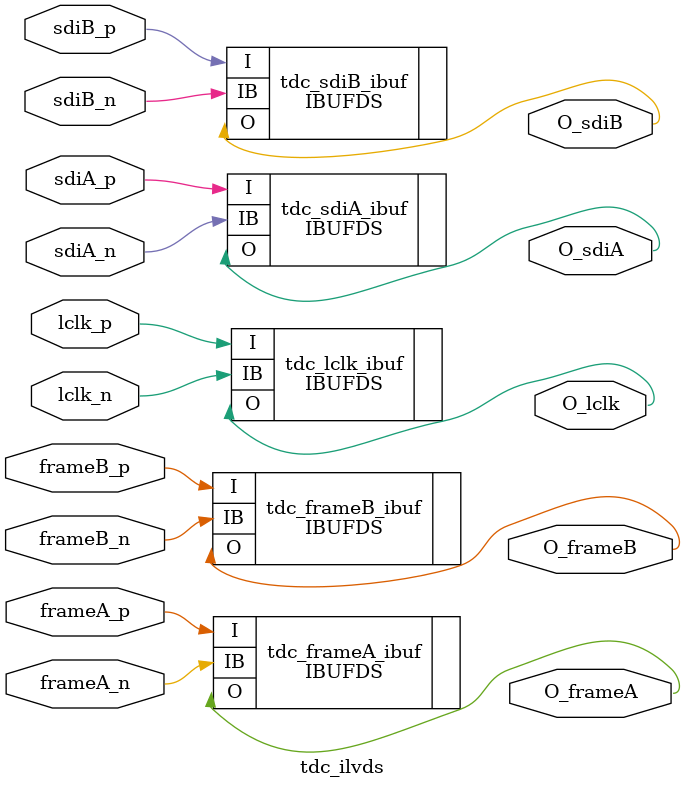
<source format=v>
`timescale 1ns / 1ps


module tdc_ilvds(
    input   lclk_n,
    input   lclk_p,
    output  O_lclk,

    input   frameA_n,
    input   frameA_p,
    output  O_frameA,
    
    input   frameB_n,
    input   frameB_p,
    output  O_frameB,

    input   sdiA_n,
    input   sdiA_p,
    output  O_sdiA,

    input   sdiB_n,
    input   sdiB_p,
    output  O_sdiB
);
    
IBUFDS tdc_lclk_ibuf        (.IB(lclk_n),.O(O_lclk),.I(lclk_p));
IBUFDS tdc_frameA_ibuf      (.IB(frameA_n),.O(O_frameA),.I(frameA_p));
IBUFDS tdc_frameB_ibuf      (.IB(frameB_n),.O(O_frameB),.I(frameB_p));
IBUFDS tdc_sdiA_ibuf        (.IB(sdiA_n),.O(O_sdiA),.I(sdiA_p));
IBUFDS tdc_sdiB_ibuf        (.IB(sdiB_n),.O(O_sdiB),.I(sdiB_p));
endmodule

</source>
